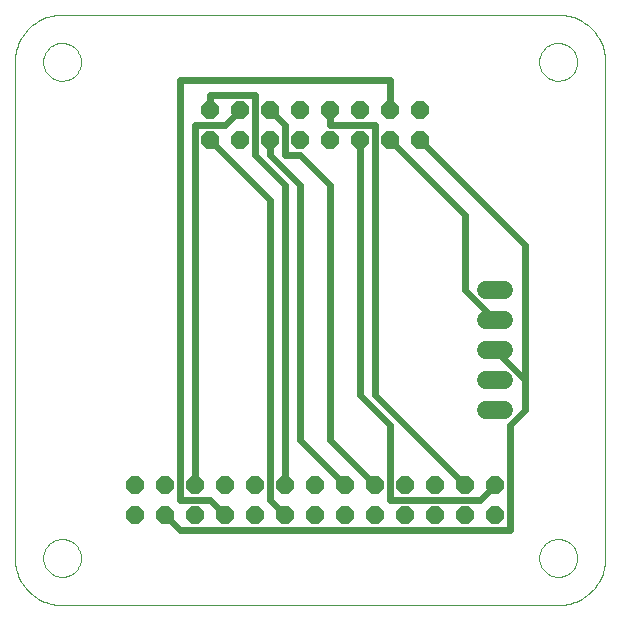
<source format=gtl>
G75*
%MOIN*%
%OFA0B0*%
%FSLAX24Y24*%
%IPPOS*%
%LPD*%
%AMOC8*
5,1,8,0,0,1.08239X$1,22.5*
%
%ADD10OC8,0.0600*%
%ADD11C,0.0000*%
%ADD12C,0.0600*%
%ADD13C,0.0240*%
D10*
X009612Y006416D03*
X010612Y006416D03*
X010612Y007416D03*
X009612Y007416D03*
X011612Y007416D03*
X012612Y007416D03*
X013612Y007416D03*
X014612Y007416D03*
X015612Y007416D03*
X016612Y007416D03*
X017612Y007416D03*
X018612Y007416D03*
X019612Y007416D03*
X020612Y007416D03*
X021612Y007416D03*
X021612Y006416D03*
X020612Y006416D03*
X019612Y006416D03*
X018612Y006416D03*
X017612Y006416D03*
X016612Y006416D03*
X015612Y006416D03*
X014612Y006416D03*
X013612Y006416D03*
X012612Y006416D03*
X011612Y006416D03*
X012112Y018916D03*
X012112Y019916D03*
X013112Y019916D03*
X014112Y019916D03*
X015112Y019916D03*
X016112Y019916D03*
X017112Y019916D03*
X018112Y019916D03*
X019112Y019916D03*
X019112Y018916D03*
X018112Y018916D03*
X017112Y018916D03*
X016112Y018916D03*
X015112Y018916D03*
X014112Y018916D03*
X013112Y018916D03*
D11*
X005612Y021526D02*
X005612Y004990D01*
X006557Y004990D02*
X006559Y005040D01*
X006565Y005090D01*
X006575Y005139D01*
X006589Y005187D01*
X006606Y005234D01*
X006627Y005279D01*
X006652Y005323D01*
X006680Y005364D01*
X006712Y005403D01*
X006746Y005440D01*
X006783Y005474D01*
X006823Y005504D01*
X006865Y005531D01*
X006909Y005555D01*
X006955Y005576D01*
X007002Y005592D01*
X007050Y005605D01*
X007100Y005614D01*
X007149Y005619D01*
X007200Y005620D01*
X007250Y005617D01*
X007299Y005610D01*
X007348Y005599D01*
X007396Y005584D01*
X007442Y005566D01*
X007487Y005544D01*
X007530Y005518D01*
X007571Y005489D01*
X007610Y005457D01*
X007646Y005422D01*
X007678Y005384D01*
X007708Y005344D01*
X007735Y005301D01*
X007758Y005257D01*
X007777Y005211D01*
X007793Y005163D01*
X007805Y005114D01*
X007813Y005065D01*
X007817Y005015D01*
X007817Y004965D01*
X007813Y004915D01*
X007805Y004866D01*
X007793Y004817D01*
X007777Y004769D01*
X007758Y004723D01*
X007735Y004679D01*
X007708Y004636D01*
X007678Y004596D01*
X007646Y004558D01*
X007610Y004523D01*
X007571Y004491D01*
X007530Y004462D01*
X007487Y004436D01*
X007442Y004414D01*
X007396Y004396D01*
X007348Y004381D01*
X007299Y004370D01*
X007250Y004363D01*
X007200Y004360D01*
X007149Y004361D01*
X007100Y004366D01*
X007050Y004375D01*
X007002Y004388D01*
X006955Y004404D01*
X006909Y004425D01*
X006865Y004449D01*
X006823Y004476D01*
X006783Y004506D01*
X006746Y004540D01*
X006712Y004577D01*
X006680Y004616D01*
X006652Y004657D01*
X006627Y004701D01*
X006606Y004746D01*
X006589Y004793D01*
X006575Y004841D01*
X006565Y004890D01*
X006559Y004940D01*
X006557Y004990D01*
X005612Y004990D02*
X005614Y004913D01*
X005620Y004836D01*
X005629Y004759D01*
X005642Y004683D01*
X005659Y004607D01*
X005680Y004533D01*
X005704Y004459D01*
X005732Y004387D01*
X005763Y004317D01*
X005798Y004248D01*
X005836Y004180D01*
X005877Y004115D01*
X005922Y004052D01*
X005970Y003991D01*
X006020Y003932D01*
X006073Y003876D01*
X006129Y003823D01*
X006188Y003773D01*
X006249Y003725D01*
X006312Y003680D01*
X006377Y003639D01*
X006445Y003601D01*
X006514Y003566D01*
X006584Y003535D01*
X006656Y003507D01*
X006730Y003483D01*
X006804Y003462D01*
X006880Y003445D01*
X006956Y003432D01*
X007033Y003423D01*
X007110Y003417D01*
X007187Y003415D01*
X007187Y003416D02*
X023722Y003416D01*
X023092Y004990D02*
X023094Y005040D01*
X023100Y005090D01*
X023110Y005139D01*
X023124Y005187D01*
X023141Y005234D01*
X023162Y005279D01*
X023187Y005323D01*
X023215Y005364D01*
X023247Y005403D01*
X023281Y005440D01*
X023318Y005474D01*
X023358Y005504D01*
X023400Y005531D01*
X023444Y005555D01*
X023490Y005576D01*
X023537Y005592D01*
X023585Y005605D01*
X023635Y005614D01*
X023684Y005619D01*
X023735Y005620D01*
X023785Y005617D01*
X023834Y005610D01*
X023883Y005599D01*
X023931Y005584D01*
X023977Y005566D01*
X024022Y005544D01*
X024065Y005518D01*
X024106Y005489D01*
X024145Y005457D01*
X024181Y005422D01*
X024213Y005384D01*
X024243Y005344D01*
X024270Y005301D01*
X024293Y005257D01*
X024312Y005211D01*
X024328Y005163D01*
X024340Y005114D01*
X024348Y005065D01*
X024352Y005015D01*
X024352Y004965D01*
X024348Y004915D01*
X024340Y004866D01*
X024328Y004817D01*
X024312Y004769D01*
X024293Y004723D01*
X024270Y004679D01*
X024243Y004636D01*
X024213Y004596D01*
X024181Y004558D01*
X024145Y004523D01*
X024106Y004491D01*
X024065Y004462D01*
X024022Y004436D01*
X023977Y004414D01*
X023931Y004396D01*
X023883Y004381D01*
X023834Y004370D01*
X023785Y004363D01*
X023735Y004360D01*
X023684Y004361D01*
X023635Y004366D01*
X023585Y004375D01*
X023537Y004388D01*
X023490Y004404D01*
X023444Y004425D01*
X023400Y004449D01*
X023358Y004476D01*
X023318Y004506D01*
X023281Y004540D01*
X023247Y004577D01*
X023215Y004616D01*
X023187Y004657D01*
X023162Y004701D01*
X023141Y004746D01*
X023124Y004793D01*
X023110Y004841D01*
X023100Y004890D01*
X023094Y004940D01*
X023092Y004990D01*
X023722Y003415D02*
X023799Y003417D01*
X023876Y003423D01*
X023953Y003432D01*
X024029Y003445D01*
X024105Y003462D01*
X024179Y003483D01*
X024253Y003507D01*
X024325Y003535D01*
X024395Y003566D01*
X024464Y003601D01*
X024532Y003639D01*
X024597Y003680D01*
X024660Y003725D01*
X024721Y003773D01*
X024780Y003823D01*
X024836Y003876D01*
X024889Y003932D01*
X024939Y003991D01*
X024987Y004052D01*
X025032Y004115D01*
X025073Y004180D01*
X025111Y004248D01*
X025146Y004317D01*
X025177Y004387D01*
X025205Y004459D01*
X025229Y004533D01*
X025250Y004607D01*
X025267Y004683D01*
X025280Y004759D01*
X025289Y004836D01*
X025295Y004913D01*
X025297Y004990D01*
X025297Y021526D01*
X023092Y021526D02*
X023094Y021576D01*
X023100Y021626D01*
X023110Y021675D01*
X023124Y021723D01*
X023141Y021770D01*
X023162Y021815D01*
X023187Y021859D01*
X023215Y021900D01*
X023247Y021939D01*
X023281Y021976D01*
X023318Y022010D01*
X023358Y022040D01*
X023400Y022067D01*
X023444Y022091D01*
X023490Y022112D01*
X023537Y022128D01*
X023585Y022141D01*
X023635Y022150D01*
X023684Y022155D01*
X023735Y022156D01*
X023785Y022153D01*
X023834Y022146D01*
X023883Y022135D01*
X023931Y022120D01*
X023977Y022102D01*
X024022Y022080D01*
X024065Y022054D01*
X024106Y022025D01*
X024145Y021993D01*
X024181Y021958D01*
X024213Y021920D01*
X024243Y021880D01*
X024270Y021837D01*
X024293Y021793D01*
X024312Y021747D01*
X024328Y021699D01*
X024340Y021650D01*
X024348Y021601D01*
X024352Y021551D01*
X024352Y021501D01*
X024348Y021451D01*
X024340Y021402D01*
X024328Y021353D01*
X024312Y021305D01*
X024293Y021259D01*
X024270Y021215D01*
X024243Y021172D01*
X024213Y021132D01*
X024181Y021094D01*
X024145Y021059D01*
X024106Y021027D01*
X024065Y020998D01*
X024022Y020972D01*
X023977Y020950D01*
X023931Y020932D01*
X023883Y020917D01*
X023834Y020906D01*
X023785Y020899D01*
X023735Y020896D01*
X023684Y020897D01*
X023635Y020902D01*
X023585Y020911D01*
X023537Y020924D01*
X023490Y020940D01*
X023444Y020961D01*
X023400Y020985D01*
X023358Y021012D01*
X023318Y021042D01*
X023281Y021076D01*
X023247Y021113D01*
X023215Y021152D01*
X023187Y021193D01*
X023162Y021237D01*
X023141Y021282D01*
X023124Y021329D01*
X023110Y021377D01*
X023100Y021426D01*
X023094Y021476D01*
X023092Y021526D01*
X023722Y023101D02*
X023799Y023099D01*
X023876Y023093D01*
X023953Y023084D01*
X024029Y023071D01*
X024105Y023054D01*
X024179Y023033D01*
X024253Y023009D01*
X024325Y022981D01*
X024395Y022950D01*
X024464Y022915D01*
X024532Y022877D01*
X024597Y022836D01*
X024660Y022791D01*
X024721Y022743D01*
X024780Y022693D01*
X024836Y022640D01*
X024889Y022584D01*
X024939Y022525D01*
X024987Y022464D01*
X025032Y022401D01*
X025073Y022336D01*
X025111Y022268D01*
X025146Y022199D01*
X025177Y022129D01*
X025205Y022057D01*
X025229Y021983D01*
X025250Y021909D01*
X025267Y021833D01*
X025280Y021757D01*
X025289Y021680D01*
X025295Y021603D01*
X025297Y021526D01*
X023722Y023101D02*
X007187Y023101D01*
X006557Y021526D02*
X006559Y021576D01*
X006565Y021626D01*
X006575Y021675D01*
X006589Y021723D01*
X006606Y021770D01*
X006627Y021815D01*
X006652Y021859D01*
X006680Y021900D01*
X006712Y021939D01*
X006746Y021976D01*
X006783Y022010D01*
X006823Y022040D01*
X006865Y022067D01*
X006909Y022091D01*
X006955Y022112D01*
X007002Y022128D01*
X007050Y022141D01*
X007100Y022150D01*
X007149Y022155D01*
X007200Y022156D01*
X007250Y022153D01*
X007299Y022146D01*
X007348Y022135D01*
X007396Y022120D01*
X007442Y022102D01*
X007487Y022080D01*
X007530Y022054D01*
X007571Y022025D01*
X007610Y021993D01*
X007646Y021958D01*
X007678Y021920D01*
X007708Y021880D01*
X007735Y021837D01*
X007758Y021793D01*
X007777Y021747D01*
X007793Y021699D01*
X007805Y021650D01*
X007813Y021601D01*
X007817Y021551D01*
X007817Y021501D01*
X007813Y021451D01*
X007805Y021402D01*
X007793Y021353D01*
X007777Y021305D01*
X007758Y021259D01*
X007735Y021215D01*
X007708Y021172D01*
X007678Y021132D01*
X007646Y021094D01*
X007610Y021059D01*
X007571Y021027D01*
X007530Y020998D01*
X007487Y020972D01*
X007442Y020950D01*
X007396Y020932D01*
X007348Y020917D01*
X007299Y020906D01*
X007250Y020899D01*
X007200Y020896D01*
X007149Y020897D01*
X007100Y020902D01*
X007050Y020911D01*
X007002Y020924D01*
X006955Y020940D01*
X006909Y020961D01*
X006865Y020985D01*
X006823Y021012D01*
X006783Y021042D01*
X006746Y021076D01*
X006712Y021113D01*
X006680Y021152D01*
X006652Y021193D01*
X006627Y021237D01*
X006606Y021282D01*
X006589Y021329D01*
X006575Y021377D01*
X006565Y021426D01*
X006559Y021476D01*
X006557Y021526D01*
X005612Y021526D02*
X005614Y021603D01*
X005620Y021680D01*
X005629Y021757D01*
X005642Y021833D01*
X005659Y021909D01*
X005680Y021983D01*
X005704Y022057D01*
X005732Y022129D01*
X005763Y022199D01*
X005798Y022268D01*
X005836Y022336D01*
X005877Y022401D01*
X005922Y022464D01*
X005970Y022525D01*
X006020Y022584D01*
X006073Y022640D01*
X006129Y022693D01*
X006188Y022743D01*
X006249Y022791D01*
X006312Y022836D01*
X006377Y022877D01*
X006445Y022915D01*
X006514Y022950D01*
X006584Y022981D01*
X006656Y023009D01*
X006730Y023033D01*
X006804Y023054D01*
X006880Y023071D01*
X006956Y023084D01*
X007033Y023093D01*
X007110Y023099D01*
X007187Y023101D01*
D12*
X021312Y013916D02*
X021912Y013916D01*
X021912Y012916D02*
X021312Y012916D01*
X021312Y011916D02*
X021912Y011916D01*
X021912Y010916D02*
X021312Y010916D01*
X021312Y009916D02*
X021912Y009916D01*
D13*
X022112Y009416D02*
X022612Y009916D01*
X022612Y010916D01*
X022612Y015416D01*
X019112Y018916D01*
X018112Y018916D02*
X020612Y016416D01*
X020612Y013916D01*
X021612Y012916D01*
X021612Y011916D02*
X022612Y010916D01*
X022112Y009416D02*
X022112Y005916D01*
X011112Y005916D01*
X010612Y006416D01*
X011112Y006916D02*
X011112Y020916D01*
X018112Y020916D01*
X018112Y019916D01*
X017612Y019416D02*
X016112Y019416D01*
X016112Y019916D01*
X017112Y018916D02*
X017112Y010416D01*
X018112Y009416D01*
X018112Y006916D01*
X021112Y006916D01*
X021612Y007416D01*
X020612Y007416D02*
X017612Y010416D01*
X017612Y019416D01*
X016112Y017416D02*
X015112Y018416D01*
X014612Y018416D01*
X014612Y019416D01*
X014112Y019916D01*
X013612Y020416D02*
X012112Y020416D01*
X012112Y019916D01*
X011612Y019416D02*
X012612Y019416D01*
X013112Y019916D01*
X013612Y020416D02*
X013612Y018416D01*
X014612Y017416D01*
X014612Y007416D01*
X014112Y006916D02*
X014112Y016916D01*
X012112Y018916D01*
X011612Y019416D02*
X011612Y007416D01*
X011112Y006916D02*
X012112Y006916D01*
X012612Y006416D01*
X014112Y006916D02*
X014612Y006416D01*
X016612Y007416D02*
X015112Y008916D01*
X015112Y017416D01*
X014112Y018416D01*
X014112Y018916D01*
X016112Y017416D02*
X016112Y008916D01*
X017612Y007416D01*
M02*

</source>
